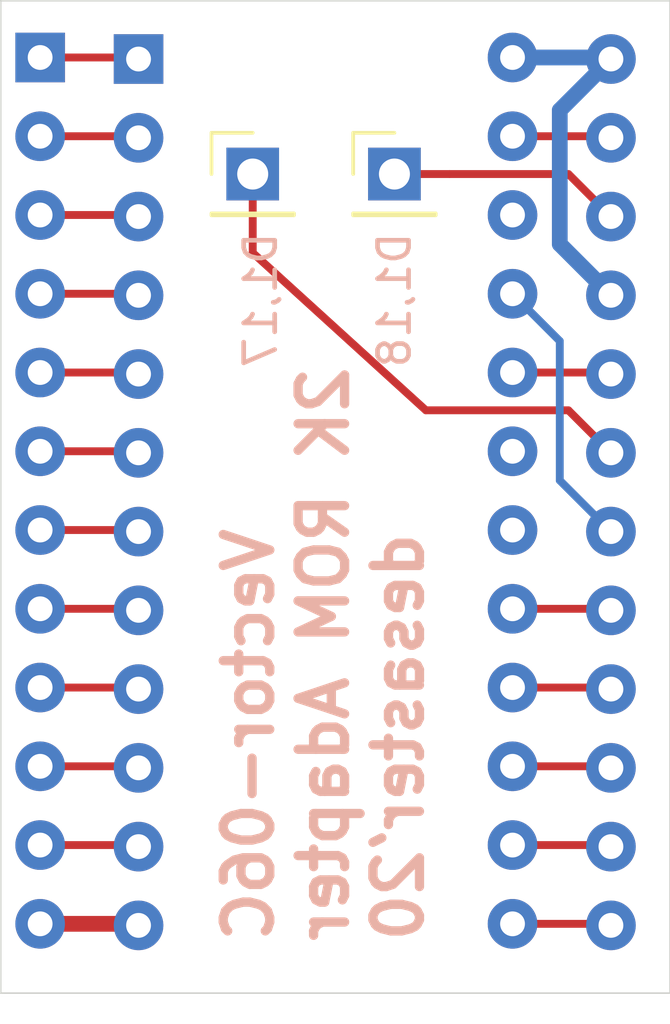
<source format=kicad_pcb>
(kicad_pcb (version 20171130) (host pcbnew "(5.1.2)-1")

  (general
    (thickness 1.6)
    (drawings 5)
    (tracks 53)
    (zones 0)
    (modules 4)
    (nets 27)
  )

  (page A4)
  (layers
    (0 F.Cu signal)
    (31 B.Cu signal)
    (32 B.Adhes user)
    (33 F.Adhes user)
    (34 B.Paste user)
    (35 F.Paste user)
    (36 B.SilkS user)
    (37 F.SilkS user)
    (38 B.Mask user)
    (39 F.Mask user)
    (40 Dwgs.User user)
    (41 Cmts.User user)
    (42 Eco1.User user)
    (43 Eco2.User user)
    (44 Edge.Cuts user)
    (45 Margin user)
    (46 B.CrtYd user)
    (47 F.CrtYd user)
    (48 B.Fab user)
    (49 F.Fab user)
  )

  (setup
    (last_trace_width 0.254)
    (user_trace_width 0.508)
    (trace_clearance 0.2032)
    (zone_clearance 0.254)
    (zone_45_only no)
    (trace_min 0.2)
    (via_size 0.8)
    (via_drill 0.4)
    (via_min_size 0.4)
    (via_min_drill 0.3)
    (uvia_size 0.3)
    (uvia_drill 0.1)
    (uvias_allowed no)
    (uvia_min_size 0.2)
    (uvia_min_drill 0.1)
    (edge_width 0.05)
    (segment_width 0.2)
    (pcb_text_width 0.3)
    (pcb_text_size 1.5 1.5)
    (mod_edge_width 0.12)
    (mod_text_size 1 1)
    (mod_text_width 0.15)
    (pad_size 1.524 1.524)
    (pad_drill 0.762)
    (pad_to_mask_clearance 0.051)
    (solder_mask_min_width 0.25)
    (aux_axis_origin 0 0)
    (visible_elements 7FFFFFFF)
    (pcbplotparams
      (layerselection 0x010fc_ffffffff)
      (usegerberextensions false)
      (usegerberattributes false)
      (usegerberadvancedattributes false)
      (creategerberjobfile false)
      (excludeedgelayer true)
      (linewidth 0.100000)
      (plotframeref false)
      (viasonmask false)
      (mode 1)
      (useauxorigin false)
      (hpglpennumber 1)
      (hpglpenspeed 20)
      (hpglpendiameter 15.000000)
      (psnegative false)
      (psa4output false)
      (plotreference true)
      (plotvalue true)
      (plotinvisibletext false)
      (padsonsilk false)
      (subtractmaskfromsilk false)
      (outputformat 1)
      (mirror false)
      (drillshape 1)
      (scaleselection 1)
      (outputdirectory ""))
  )

  (net 0 "")
  (net 1 "Net-(U1-Pad1)")
  (net 2 "Net-(U1-Pad13)")
  (net 3 "Net-(U1-Pad2)")
  (net 4 "Net-(U1-Pad14)")
  (net 5 "Net-(U1-Pad3)")
  (net 6 "Net-(U1-Pad15)")
  (net 7 "Net-(U1-Pad4)")
  (net 8 "Net-(U1-Pad16)")
  (net 9 "Net-(U1-Pad5)")
  (net 10 "Net-(U1-Pad17)")
  (net 11 "Net-(U1-Pad6)")
  (net 12 "Net-(U1-Pad18)")
  (net 13 "Net-(U1-Pad7)")
  (net 14 "Net-(U1-Pad19)")
  (net 15 "Net-(U1-Pad8)")
  (net 16 "Net-(U1-Pad20)")
  (net 17 "Net-(U1-Pad9)")
  (net 18 /D16,11)
  (net 19 "Net-(U1-Pad10)")
  (net 20 "Net-(U1-Pad22)")
  (net 21 "Net-(U1-Pad11)")
  (net 22 "Net-(U1-Pad23)")
  (net 23 +5V)
  (net 24 /D1,17)
  (net 25 /D1,18)
  (net 26 GND)

  (net_class Default "This is the default net class."
    (clearance 0.2032)
    (trace_width 0.254)
    (via_dia 0.8)
    (via_drill 0.4)
    (uvia_dia 0.3)
    (uvia_drill 0.1)
    (add_net +5V)
    (add_net /D1,17)
    (add_net /D1,18)
    (add_net /D16,11)
    (add_net GND)
    (add_net "Net-(U1-Pad1)")
    (add_net "Net-(U1-Pad10)")
    (add_net "Net-(U1-Pad11)")
    (add_net "Net-(U1-Pad13)")
    (add_net "Net-(U1-Pad14)")
    (add_net "Net-(U1-Pad15)")
    (add_net "Net-(U1-Pad16)")
    (add_net "Net-(U1-Pad17)")
    (add_net "Net-(U1-Pad18)")
    (add_net "Net-(U1-Pad19)")
    (add_net "Net-(U1-Pad2)")
    (add_net "Net-(U1-Pad20)")
    (add_net "Net-(U1-Pad22)")
    (add_net "Net-(U1-Pad23)")
    (add_net "Net-(U1-Pad3)")
    (add_net "Net-(U1-Pad4)")
    (add_net "Net-(U1-Pad5)")
    (add_net "Net-(U1-Pad6)")
    (add_net "Net-(U1-Pad7)")
    (add_net "Net-(U1-Pad8)")
    (add_net "Net-(U1-Pad9)")
  )

  (module Connector_PinHeader_2.54mm:PinHeader_1x01_P2.54mm_Vertical (layer F.Cu) (tedit 59FED5CC) (tstamp 5EF36C3B)
    (at 149.098 96.774)
    (descr "Through hole straight pin header, 1x01, 2.54mm pitch, single row")
    (tags "Through hole pin header THT 1x01 2.54mm single row")
    (path /5EF75BFB)
    (fp_text reference J1 (at -2.794 -0.047001) (layer F.SilkS) hide
      (effects (font (size 1 1) (thickness 0.15)))
    )
    (fp_text value D1,17 (at 0.254 4.064 90) (layer B.SilkS)
      (effects (font (size 1 1) (thickness 0.15)) (justify mirror))
    )
    (fp_text user %R (at 0 0 90) (layer F.Fab)
      (effects (font (size 1 1) (thickness 0.15)))
    )
    (fp_line (start 1.8 -1.8) (end -1.8 -1.8) (layer F.CrtYd) (width 0.05))
    (fp_line (start 1.8 1.8) (end 1.8 -1.8) (layer F.CrtYd) (width 0.05))
    (fp_line (start -1.8 1.8) (end 1.8 1.8) (layer F.CrtYd) (width 0.05))
    (fp_line (start -1.8 -1.8) (end -1.8 1.8) (layer F.CrtYd) (width 0.05))
    (fp_line (start -1.33 -1.33) (end 0 -1.33) (layer F.SilkS) (width 0.12))
    (fp_line (start -1.33 0) (end -1.33 -1.33) (layer F.SilkS) (width 0.12))
    (fp_line (start -1.33 1.27) (end 1.33 1.27) (layer F.SilkS) (width 0.12))
    (fp_line (start 1.33 1.27) (end 1.33 1.33) (layer F.SilkS) (width 0.12))
    (fp_line (start -1.33 1.27) (end -1.33 1.33) (layer F.SilkS) (width 0.12))
    (fp_line (start -1.33 1.33) (end 1.33 1.33) (layer F.SilkS) (width 0.12))
    (fp_line (start -1.27 -0.635) (end -0.635 -1.27) (layer F.Fab) (width 0.1))
    (fp_line (start -1.27 1.27) (end -1.27 -0.635) (layer F.Fab) (width 0.1))
    (fp_line (start 1.27 1.27) (end -1.27 1.27) (layer F.Fab) (width 0.1))
    (fp_line (start 1.27 -1.27) (end 1.27 1.27) (layer F.Fab) (width 0.1))
    (fp_line (start -0.635 -1.27) (end 1.27 -1.27) (layer F.Fab) (width 0.1))
    (pad 1 thru_hole rect (at 0 0) (size 1.7 1.7) (drill 1) (layers *.Cu *.Mask)
      (net 24 /D1,17))
  )

  (module Connector_PinHeader_2.54mm:PinHeader_1x01_P2.54mm_Vertical (layer F.Cu) (tedit 59FED5CC) (tstamp 5EF39221)
    (at 153.67 96.774)
    (descr "Through hole straight pin header, 1x01, 2.54mm pitch, single row")
    (tags "Through hole pin header THT 1x01 2.54mm single row")
    (path /5EF726C2)
    (fp_text reference J2 (at 2.794 -0.047001) (layer F.SilkS) hide
      (effects (font (size 1 1) (thickness 0.15)))
    )
    (fp_text value D1,18 (at 0 4.064 270) (layer B.SilkS)
      (effects (font (size 1 1) (thickness 0.15)) (justify mirror))
    )
    (fp_text user %R (at 0 0 90) (layer F.Fab)
      (effects (font (size 1 1) (thickness 0.15)))
    )
    (fp_line (start 1.8 -1.8) (end -1.8 -1.8) (layer F.CrtYd) (width 0.05))
    (fp_line (start 1.8 1.8) (end 1.8 -1.8) (layer F.CrtYd) (width 0.05))
    (fp_line (start -1.8 1.8) (end 1.8 1.8) (layer F.CrtYd) (width 0.05))
    (fp_line (start -1.8 -1.8) (end -1.8 1.8) (layer F.CrtYd) (width 0.05))
    (fp_line (start -1.33 -1.33) (end 0 -1.33) (layer F.SilkS) (width 0.12))
    (fp_line (start -1.33 0) (end -1.33 -1.33) (layer F.SilkS) (width 0.12))
    (fp_line (start -1.33 1.27) (end 1.33 1.27) (layer F.SilkS) (width 0.12))
    (fp_line (start 1.33 1.27) (end 1.33 1.33) (layer F.SilkS) (width 0.12))
    (fp_line (start -1.33 1.27) (end -1.33 1.33) (layer F.SilkS) (width 0.12))
    (fp_line (start -1.33 1.33) (end 1.33 1.33) (layer F.SilkS) (width 0.12))
    (fp_line (start -1.27 -0.635) (end -0.635 -1.27) (layer F.Fab) (width 0.1))
    (fp_line (start -1.27 1.27) (end -1.27 -0.635) (layer F.Fab) (width 0.1))
    (fp_line (start 1.27 1.27) (end -1.27 1.27) (layer F.Fab) (width 0.1))
    (fp_line (start 1.27 -1.27) (end 1.27 1.27) (layer F.Fab) (width 0.1))
    (fp_line (start -0.635 -1.27) (end 1.27 -1.27) (layer F.Fab) (width 0.1))
    (pad 1 thru_hole rect (at 0 0) (size 1.7 1.7) (drill 1) (layers *.Cu *.Mask)
      (net 25 /D1,18))
  )

  (module v06c-rom-adapter-footprints:DIP-24_W15.24mm_nosilk (layer F.Cu) (tedit 5EF30F80) (tstamp 5EF3C8A1)
    (at 142.24 93.015001)
    (descr "24-lead though-hole mounted DIP package, row spacing 15.24 mm (600 mils)")
    (tags "THT DIP DIL PDIP 2.54mm 15.24mm 600mil")
    (path /5EF2CA81)
    (fp_text reference U1 (at 7.62 -2.33) (layer F.SilkS) hide
      (effects (font (size 1 1) (thickness 0.15)))
    )
    (fp_text value KP556PT5 (at 7.62 30.27) (layer F.Fab)
      (effects (font (size 1 1) (thickness 0.15)))
    )
    (fp_text user %R (at 7.62 13.97) (layer F.Fab)
      (effects (font (size 1 1) (thickness 0.15)))
    )
    (fp_line (start 16.3 -1.55) (end -1.05 -1.55) (layer F.CrtYd) (width 0.05))
    (fp_line (start 16.3 29.5) (end 16.3 -1.55) (layer F.CrtYd) (width 0.05))
    (fp_line (start -1.05 29.5) (end 16.3 29.5) (layer F.CrtYd) (width 0.05))
    (fp_line (start -1.05 -1.55) (end -1.05 29.5) (layer F.CrtYd) (width 0.05))
    (fp_line (start 0.255 -0.27) (end 1.255 -1.27) (layer F.Fab) (width 0.1))
    (fp_line (start 0.255 29.21) (end 0.255 -0.27) (layer F.Fab) (width 0.1))
    (fp_line (start 14.985 29.21) (end 0.255 29.21) (layer F.Fab) (width 0.1))
    (fp_line (start 14.985 -1.27) (end 14.985 29.21) (layer F.Fab) (width 0.1))
    (fp_line (start 1.255 -1.27) (end 14.985 -1.27) (layer F.Fab) (width 0.1))
    (pad 24 thru_hole oval (at 15.24 0) (size 1.6 1.6) (drill 0.8) (layers *.Cu *.Mask)
      (net 23 +5V))
    (pad 12 thru_hole oval (at 0 27.94) (size 1.6 1.6) (drill 0.8) (layers *.Cu *.Mask)
      (net 26 GND))
    (pad 23 thru_hole oval (at 15.24 2.54) (size 1.6 1.6) (drill 0.8) (layers *.Cu *.Mask)
      (net 22 "Net-(U1-Pad23)"))
    (pad 11 thru_hole oval (at 0 25.4) (size 1.6 1.6) (drill 0.8) (layers *.Cu *.Mask)
      (net 21 "Net-(U1-Pad11)"))
    (pad 22 thru_hole oval (at 15.24 5.08) (size 1.6 1.6) (drill 0.8) (layers *.Cu *.Mask)
      (net 20 "Net-(U1-Pad22)"))
    (pad 10 thru_hole oval (at 0 22.86) (size 1.6 1.6) (drill 0.8) (layers *.Cu *.Mask)
      (net 19 "Net-(U1-Pad10)"))
    (pad 21 thru_hole oval (at 15.24 7.62) (size 1.6 1.6) (drill 0.8) (layers *.Cu *.Mask)
      (net 18 /D16,11))
    (pad 9 thru_hole oval (at 0 20.32) (size 1.6 1.6) (drill 0.8) (layers *.Cu *.Mask)
      (net 17 "Net-(U1-Pad9)"))
    (pad 20 thru_hole oval (at 15.24 10.16) (size 1.6 1.6) (drill 0.8) (layers *.Cu *.Mask)
      (net 16 "Net-(U1-Pad20)"))
    (pad 8 thru_hole oval (at 0 17.78) (size 1.6 1.6) (drill 0.8) (layers *.Cu *.Mask)
      (net 15 "Net-(U1-Pad8)"))
    (pad 19 thru_hole oval (at 15.24 12.7) (size 1.6 1.6) (drill 0.8) (layers *.Cu *.Mask)
      (net 14 "Net-(U1-Pad19)"))
    (pad 7 thru_hole oval (at 0 15.24) (size 1.6 1.6) (drill 0.8) (layers *.Cu *.Mask)
      (net 13 "Net-(U1-Pad7)"))
    (pad 18 thru_hole oval (at 15.24 15.24) (size 1.6 1.6) (drill 0.8) (layers *.Cu *.Mask)
      (net 12 "Net-(U1-Pad18)"))
    (pad 6 thru_hole oval (at 0 12.7) (size 1.6 1.6) (drill 0.8) (layers *.Cu *.Mask)
      (net 11 "Net-(U1-Pad6)"))
    (pad 17 thru_hole oval (at 15.24 17.78) (size 1.6 1.6) (drill 0.8) (layers *.Cu *.Mask)
      (net 10 "Net-(U1-Pad17)"))
    (pad 5 thru_hole oval (at 0 10.16) (size 1.6 1.6) (drill 0.8) (layers *.Cu *.Mask)
      (net 9 "Net-(U1-Pad5)"))
    (pad 16 thru_hole oval (at 15.24 20.32) (size 1.6 1.6) (drill 0.8) (layers *.Cu *.Mask)
      (net 8 "Net-(U1-Pad16)"))
    (pad 4 thru_hole oval (at 0 7.62) (size 1.6 1.6) (drill 0.8) (layers *.Cu *.Mask)
      (net 7 "Net-(U1-Pad4)"))
    (pad 15 thru_hole oval (at 15.24 22.86) (size 1.6 1.6) (drill 0.8) (layers *.Cu *.Mask)
      (net 6 "Net-(U1-Pad15)"))
    (pad 3 thru_hole oval (at 0 5.08) (size 1.6 1.6) (drill 0.8) (layers *.Cu *.Mask)
      (net 5 "Net-(U1-Pad3)"))
    (pad 14 thru_hole oval (at 15.24 25.4) (size 1.6 1.6) (drill 0.8) (layers *.Cu *.Mask)
      (net 4 "Net-(U1-Pad14)"))
    (pad 2 thru_hole oval (at 0 2.54) (size 1.6 1.6) (drill 0.8) (layers *.Cu *.Mask)
      (net 3 "Net-(U1-Pad2)"))
    (pad 13 thru_hole oval (at 15.24 27.94) (size 1.6 1.6) (drill 0.8) (layers *.Cu *.Mask)
      (net 2 "Net-(U1-Pad13)"))
    (pad 1 thru_hole rect (at 0 0) (size 1.6 1.6) (drill 0.8) (layers *.Cu *.Mask)
      (net 1 "Net-(U1-Pad1)"))
  )

  (module v06c-rom-adapter-footprints:DIP-24_W15.24mm_nosilk (layer F.Cu) (tedit 5EF30F80) (tstamp 5EF3C8C6)
    (at 145.415 93.065001)
    (descr "24-lead though-hole mounted DIP package, row spacing 15.24 mm (600 mils)")
    (tags "THT DIP DIL PDIP 2.54mm 15.24mm 600mil")
    (path /5EF44888)
    (fp_text reference U2 (at 7.62 -2.33) (layer F.SilkS) hide
      (effects (font (size 1 1) (thickness 0.15)))
    )
    (fp_text value K573PФ2 (at 7.62 30.27) (layer F.Fab)
      (effects (font (size 1 1) (thickness 0.15)))
    )
    (fp_line (start 1.255 -1.27) (end 14.985 -1.27) (layer F.Fab) (width 0.1))
    (fp_line (start 14.985 -1.27) (end 14.985 29.21) (layer F.Fab) (width 0.1))
    (fp_line (start 14.985 29.21) (end 0.255 29.21) (layer F.Fab) (width 0.1))
    (fp_line (start 0.255 29.21) (end 0.255 -0.27) (layer F.Fab) (width 0.1))
    (fp_line (start 0.255 -0.27) (end 1.255 -1.27) (layer F.Fab) (width 0.1))
    (fp_line (start -1.05 -1.55) (end -1.05 29.5) (layer F.CrtYd) (width 0.05))
    (fp_line (start -1.05 29.5) (end 16.3 29.5) (layer F.CrtYd) (width 0.05))
    (fp_line (start 16.3 29.5) (end 16.3 -1.55) (layer F.CrtYd) (width 0.05))
    (fp_line (start 16.3 -1.55) (end -1.05 -1.55) (layer F.CrtYd) (width 0.05))
    (fp_text user %R (at 7.62 13.97) (layer F.Fab)
      (effects (font (size 1 1) (thickness 0.15)))
    )
    (pad 1 thru_hole rect (at 0 0) (size 1.6 1.6) (drill 0.8) (layers *.Cu *.Mask)
      (net 1 "Net-(U1-Pad1)"))
    (pad 13 thru_hole oval (at 15.24 27.94) (size 1.6 1.6) (drill 0.8) (layers *.Cu *.Mask)
      (net 2 "Net-(U1-Pad13)"))
    (pad 2 thru_hole oval (at 0 2.54) (size 1.6 1.6) (drill 0.8) (layers *.Cu *.Mask)
      (net 3 "Net-(U1-Pad2)"))
    (pad 14 thru_hole oval (at 15.24 25.4) (size 1.6 1.6) (drill 0.8) (layers *.Cu *.Mask)
      (net 4 "Net-(U1-Pad14)"))
    (pad 3 thru_hole oval (at 0 5.08) (size 1.6 1.6) (drill 0.8) (layers *.Cu *.Mask)
      (net 5 "Net-(U1-Pad3)"))
    (pad 15 thru_hole oval (at 15.24 22.86) (size 1.6 1.6) (drill 0.8) (layers *.Cu *.Mask)
      (net 6 "Net-(U1-Pad15)"))
    (pad 4 thru_hole oval (at 0 7.62) (size 1.6 1.6) (drill 0.8) (layers *.Cu *.Mask)
      (net 7 "Net-(U1-Pad4)"))
    (pad 16 thru_hole oval (at 15.24 20.32) (size 1.6 1.6) (drill 0.8) (layers *.Cu *.Mask)
      (net 8 "Net-(U1-Pad16)"))
    (pad 5 thru_hole oval (at 0 10.16) (size 1.6 1.6) (drill 0.8) (layers *.Cu *.Mask)
      (net 9 "Net-(U1-Pad5)"))
    (pad 17 thru_hole oval (at 15.24 17.78) (size 1.6 1.6) (drill 0.8) (layers *.Cu *.Mask)
      (net 10 "Net-(U1-Pad17)"))
    (pad 6 thru_hole oval (at 0 12.7) (size 1.6 1.6) (drill 0.8) (layers *.Cu *.Mask)
      (net 11 "Net-(U1-Pad6)"))
    (pad 18 thru_hole oval (at 15.24 15.24) (size 1.6 1.6) (drill 0.8) (layers *.Cu *.Mask)
      (net 18 /D16,11))
    (pad 7 thru_hole oval (at 0 15.24) (size 1.6 1.6) (drill 0.8) (layers *.Cu *.Mask)
      (net 13 "Net-(U1-Pad7)"))
    (pad 19 thru_hole oval (at 15.24 12.7) (size 1.6 1.6) (drill 0.8) (layers *.Cu *.Mask)
      (net 24 /D1,17))
    (pad 8 thru_hole oval (at 0 17.78) (size 1.6 1.6) (drill 0.8) (layers *.Cu *.Mask)
      (net 15 "Net-(U1-Pad8)"))
    (pad 20 thru_hole oval (at 15.24 10.16) (size 1.6 1.6) (drill 0.8) (layers *.Cu *.Mask)
      (net 16 "Net-(U1-Pad20)"))
    (pad 9 thru_hole oval (at 0 20.32) (size 1.6 1.6) (drill 0.8) (layers *.Cu *.Mask)
      (net 17 "Net-(U1-Pad9)"))
    (pad 21 thru_hole oval (at 15.24 7.62) (size 1.6 1.6) (drill 0.8) (layers *.Cu *.Mask)
      (net 23 +5V))
    (pad 10 thru_hole oval (at 0 22.86) (size 1.6 1.6) (drill 0.8) (layers *.Cu *.Mask)
      (net 19 "Net-(U1-Pad10)"))
    (pad 22 thru_hole oval (at 15.24 5.08) (size 1.6 1.6) (drill 0.8) (layers *.Cu *.Mask)
      (net 25 /D1,18))
    (pad 11 thru_hole oval (at 0 25.4) (size 1.6 1.6) (drill 0.8) (layers *.Cu *.Mask)
      (net 21 "Net-(U1-Pad11)"))
    (pad 23 thru_hole oval (at 15.24 2.54) (size 1.6 1.6) (drill 0.8) (layers *.Cu *.Mask)
      (net 22 "Net-(U1-Pad23)"))
    (pad 12 thru_hole oval (at 0 27.94) (size 1.6 1.6) (drill 0.8) (layers *.Cu *.Mask)
      (net 26 GND))
    (pad 24 thru_hole oval (at 15.24 0) (size 1.6 1.6) (drill 0.8) (layers *.Cu *.Mask)
      (net 23 +5V))
    (model ${KISYS3DMOD}/Package_DIP.3dshapes/DIP-24_W15.24mm_Socket.step
      (at (xyz 0 0 0))
      (scale (xyz 1 1 1))
      (rotate (xyz 0 0 0))
    )
  )

  (gr_text "Vector-06C\n2K ROM Adapter\ndesaster'20" (at 151.384 121.666 90) (layer B.SilkS)
    (effects (font (size 1.5 1.5) (thickness 0.3)) (justify right mirror))
  )
  (gr_line (start 162.56 91.186) (end 140.97 91.186) (layer Edge.Cuts) (width 0.05) (tstamp 5EF36B97))
  (gr_line (start 162.56 123.19) (end 162.56 91.186) (layer Edge.Cuts) (width 0.05))
  (gr_line (start 140.97 123.19) (end 162.56 123.19) (layer Edge.Cuts) (width 0.05))
  (gr_line (start 140.97 91.186) (end 140.97 123.19) (layer Edge.Cuts) (width 0.05))

  (segment (start 145.365 93.015001) (end 145.415 93.065001) (width 0.254) (layer F.Cu) (net 1))
  (segment (start 142.24 93.015001) (end 145.365 93.015001) (width 0.254) (layer F.Cu) (net 1))
  (segment (start 160.605 120.955001) (end 160.655 121.005001) (width 0.254) (layer F.Cu) (net 2))
  (segment (start 157.48 120.955001) (end 160.605 120.955001) (width 0.254) (layer F.Cu) (net 2))
  (segment (start 145.365 95.555001) (end 145.415 95.605001) (width 0.254) (layer F.Cu) (net 3))
  (segment (start 142.24 95.555001) (end 145.365 95.555001) (width 0.254) (layer F.Cu) (net 3))
  (segment (start 160.605 118.415001) (end 160.655 118.465001) (width 0.254) (layer F.Cu) (net 4))
  (segment (start 157.48 118.415001) (end 160.605 118.415001) (width 0.254) (layer F.Cu) (net 4))
  (segment (start 145.365 98.095001) (end 145.415 98.145001) (width 0.254) (layer F.Cu) (net 5))
  (segment (start 142.24 98.095001) (end 145.365 98.095001) (width 0.254) (layer F.Cu) (net 5))
  (segment (start 160.605 115.875001) (end 160.655 115.925001) (width 0.254) (layer F.Cu) (net 6))
  (segment (start 157.48 115.875001) (end 160.605 115.875001) (width 0.254) (layer F.Cu) (net 6))
  (segment (start 145.365 100.635001) (end 145.415 100.685001) (width 0.254) (layer F.Cu) (net 7))
  (segment (start 142.24 100.635001) (end 145.365 100.635001) (width 0.254) (layer F.Cu) (net 7))
  (segment (start 160.605 113.335001) (end 160.655 113.385001) (width 0.254) (layer F.Cu) (net 8))
  (segment (start 157.48 113.335001) (end 160.605 113.335001) (width 0.254) (layer F.Cu) (net 8))
  (segment (start 145.365 103.175001) (end 145.415 103.225001) (width 0.254) (layer F.Cu) (net 9))
  (segment (start 142.24 103.175001) (end 145.365 103.175001) (width 0.254) (layer F.Cu) (net 9))
  (segment (start 160.605 110.795001) (end 160.655 110.845001) (width 0.254) (layer F.Cu) (net 10))
  (segment (start 157.48 110.795001) (end 160.605 110.795001) (width 0.254) (layer F.Cu) (net 10))
  (segment (start 145.365 105.715001) (end 145.415 105.765001) (width 0.254) (layer F.Cu) (net 11))
  (segment (start 142.24 105.715001) (end 145.365 105.715001) (width 0.254) (layer F.Cu) (net 11))
  (segment (start 145.365 108.255001) (end 145.415 108.305001) (width 0.254) (layer F.Cu) (net 13))
  (segment (start 142.24 108.255001) (end 145.365 108.255001) (width 0.254) (layer F.Cu) (net 13))
  (segment (start 145.365 110.795001) (end 145.415 110.845001) (width 0.254) (layer F.Cu) (net 15))
  (segment (start 142.24 110.795001) (end 145.365 110.795001) (width 0.254) (layer F.Cu) (net 15))
  (segment (start 160.605 103.175001) (end 160.655 103.225001) (width 0.254) (layer F.Cu) (net 16))
  (segment (start 157.48 103.175001) (end 160.605 103.175001) (width 0.254) (layer F.Cu) (net 16))
  (segment (start 145.365 113.335001) (end 145.415 113.385001) (width 0.254) (layer F.Cu) (net 17))
  (segment (start 142.24 113.335001) (end 145.365 113.335001) (width 0.254) (layer F.Cu) (net 17))
  (segment (start 157.48 100.635001) (end 159.004 102.159001) (width 0.254) (layer B.Cu) (net 18))
  (segment (start 159.004 106.654001) (end 160.655 108.305001) (width 0.254) (layer B.Cu) (net 18))
  (segment (start 159.004 102.159001) (end 159.004 106.654001) (width 0.254) (layer B.Cu) (net 18))
  (segment (start 145.365 115.875001) (end 145.415 115.925001) (width 0.254) (layer F.Cu) (net 19))
  (segment (start 142.24 115.875001) (end 145.365 115.875001) (width 0.254) (layer F.Cu) (net 19))
  (segment (start 145.365 118.415001) (end 145.415 118.465001) (width 0.254) (layer F.Cu) (net 21))
  (segment (start 142.24 118.415001) (end 145.365 118.415001) (width 0.254) (layer F.Cu) (net 21))
  (segment (start 160.605 95.555001) (end 160.655 95.605001) (width 0.254) (layer F.Cu) (net 22))
  (segment (start 157.48 95.555001) (end 160.605 95.555001) (width 0.254) (layer F.Cu) (net 22))
  (segment (start 159.004 94.716001) (end 160.655 93.065001) (width 0.508) (layer B.Cu) (net 23))
  (segment (start 160.655 100.685001) (end 159.004 99.034001) (width 0.508) (layer B.Cu) (net 23))
  (segment (start 159.004 99.034001) (end 159.004 94.716001) (width 0.508) (layer B.Cu) (net 23))
  (segment (start 160.605 93.015001) (end 160.655 93.065001) (width 0.508) (layer B.Cu) (net 23))
  (segment (start 157.48 93.015001) (end 160.605 93.015001) (width 0.508) (layer B.Cu) (net 23))
  (segment (start 149.098 99.314) (end 149.098 96.774) (width 0.254) (layer F.Cu) (net 24))
  (segment (start 154.686 104.394) (end 149.098 99.314) (width 0.254) (layer F.Cu) (net 24))
  (segment (start 160.655 105.765001) (end 159.283999 104.394) (width 0.254) (layer F.Cu) (net 24))
  (segment (start 159.283999 104.394) (end 154.686 104.394) (width 0.254) (layer F.Cu) (net 24))
  (segment (start 155.448 96.774) (end 153.67 96.774) (width 0.254) (layer F.Cu) (net 25))
  (segment (start 160.655 98.145001) (end 159.283999 96.774) (width 0.254) (layer F.Cu) (net 25))
  (segment (start 159.283999 96.774) (end 155.448 96.774) (width 0.254) (layer F.Cu) (net 25))
  (segment (start 145.365 120.955001) (end 145.415 121.005001) (width 0.508) (layer F.Cu) (net 26))
  (segment (start 142.24 120.955001) (end 145.365 120.955001) (width 0.508) (layer F.Cu) (net 26))

  (zone (net 26) (net_name GND) (layer F.Cu) (tstamp 5EF3CC21) (hatch edge 0.508)
    (connect_pads (clearance 0.254))
    (min_thickness 0.254)
    (fill yes (arc_segments 32) (thermal_gap 0.508) (thermal_bridge_width 0.508))
    (polygon
      (pts
        (xy 140.97 91.186) (xy 162.56 91.186) (xy 162.56 123.19) (xy 140.97 123.19)
      )
    )
  )
  (zone (net 26) (net_name GND) (layer B.Cu) (tstamp 5EF3CC1E) (hatch edge 0.508)
    (connect_pads (clearance 0.254))
    (min_thickness 0.254)
    (fill yes (arc_segments 32) (thermal_gap 0.508) (thermal_bridge_width 0.508))
    (polygon
      (pts
        (xy 140.97 91.186) (xy 162.56 91.186) (xy 162.56 123.19) (xy 140.97 123.19)
      )
    )
  )
)

</source>
